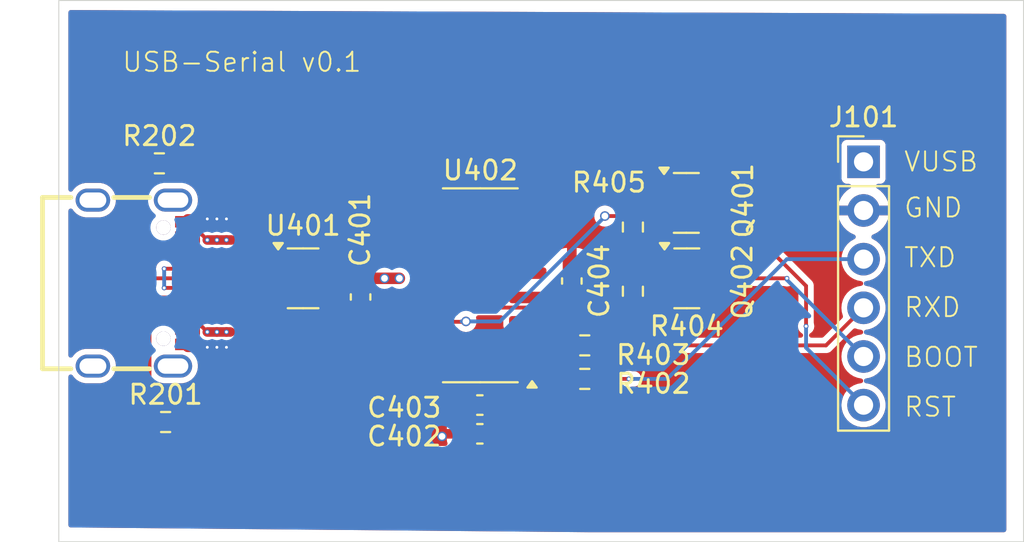
<source format=kicad_pcb>
(kicad_pcb (version 20240108) (generator "pcbnew") (generator_version "8.0")
  (layers (0 "F.Cu" signal) (1 "In1.Cu" power "Ground") (2 "In2.Cu" power "Power") (31 "B.Cu" signal) (34 "B.Paste" user) (35 "F.Paste" user) (36 "B.SilkS" user "B.Silkscreen") (37 "F.SilkS" user "F.Silkscreen") (38 "B.Mask" user) (39 "F.Mask" user) (44 "Edge.Cuts" user))
  (net 0 "")
  (net 1 "GND")
  (net 2 "Net-(U402-V3)")
  (net 3 "/usb_serial/RST")
  (net 4 "Net-(Q401-B)")
  (net 5 "Net-(Q401-E)")
  (net 6 "Net-(Q402-B)")
  (net 7 "/usb_serial/BOOT")
  (net 8 "Net-(Q402-E)")
  (net 9 "Net-(U402-TXD)")
  (net 10 "Net-(U402-RXD)")
  (net 11 "Net-(U402-UD-)")
  (net 12 "Net-(U402-UD+)")
  (net 18 "/usb_serial/VUSB")
  (net 20 "Net-(USBC201-CC2)")
  (net 21 "Net-(USBC201-CC1)")
  (net 22 "/usb_serial/DN")
  (net 23 "/usb_serial/DP")
  (net 24 "/usb_serial/TXD")
  (net 25 "/usb_serial/RXD")
  (footprint "Resistor_SMD:R_0603_1608Metric" (layer "F.Cu") (at 19.325 35)
    (property "Reference" "R201" (at 0 -1.43 0) (layer "F.SilkS"))
    (property "Value" "5.1k")
    (fp_line (start -0.237258 -0.5225) (end 0.237258 -0.5225) (stroke (width 0.12)) (layer "F.SilkS"))
    (fp_line (start -0.237258 0.5225) (end 0.237258 0.5225) (stroke (width 0.12)) (layer "F.SilkS"))
    (pad "1" smd roundrect (at -0.825 0) (size 0.8 0.95) (layers "F.Cu" "F.Paste" "F.Mask") (net 20 "Net-(USBC201-CC2)"))
    (pad "2" smd roundrect (at 0.825 0) (size 0.8 0.95) (layers "F.Cu" "F.Paste" "F.Mask") (net 1 "GND"))
  )
  (footprint "Resistor_SMD:R_0603_1608Metric" (layer "F.Cu") (at 43.7125 24.825 90)
    (property "Reference" "R405" (at 2.325 -1.25 180) (layer "F.SilkS"))
    (property "Value" "12k")
    (fp_line (start -0.237258 -0.5225) (end 0.237258 -0.5225) (stroke (width 0.12)) (layer "F.SilkS"))
    (fp_line (start -0.237258 0.5225) (end 0.237258 0.5225) (stroke (width 0.12)) (layer "F.SilkS"))
    (pad "1" smd roundrect (at -0.825 0 90) (size 0.8 0.95) (layers "F.Cu" "F.Paste" "F.Mask") (net 6 "Net-(Q402-B)"))
    (pad "2" smd roundrect (at 0.825 0 90) (size 0.8 0.95) (layers "F.Cu" "F.Paste" "F.Mask") (net 5 "Net-(Q401-E)"))
  )
  (footprint "easyeda2kicad:USB-C_SMD-TYPE-C-31-M-12" (layer "F.Cu") (at 18 27.75 -90)
    (property "Reference" "USBC201" (hide yes))
    (property "Value" "TYPE-C-31-M-12")
    (fp_line (start -4.47 5.1) (end -4.47 3.62) (stroke (width 0.25)) (layer "F.SilkS"))
    (fp_line (start 4.47 5.1) (end -4.47 5.1) (stroke (width 0.25)) (layer "F.SilkS"))
    (fp_line (start 4.47 5.1) (end 4.47 3.62) (stroke (width 0.25)) (layer "F.SilkS"))
    (fp_line (start -4.47 1.38) (end -4.47 -0.48) (stroke (width 0.25)) (layer "F.SilkS"))
    (fp_line (start 4.47 1.38) (end 4.47 -0.48) (stroke (width 0.25)) (layer "F.SilkS"))
    (pad "" thru_hole circle (at -2.9 -1.21 270) (size 0.75 0.75) (drill 0.75) (layers "*.Cu" "*.Mask"))
    (pad "" thru_hole circle (at 2.9 -1.21 270) (size 0.75 0.75) (drill 0.75) (layers "*.Cu" "*.Mask"))
    (pad "0" thru_hole oval (at -4.33 -1.71 270) (size 1.2 2) (drill oval 0.799998 1.600022) (layers "*.Cu" "*.Mask"))
    (pad "1" thru_hole oval (at 4.33 -1.71 270) (size 1.2 2) (drill oval 0.799998 1.599971) (layers "*.Cu" "*.Mask"))
    (pad "2" thru_hole oval (at 4.33 2.47 270) (size 1.2 1.8) (drill oval 0.799998 1.399997) (layers "*.Cu" "*.Mask"))
    (pad "3" thru_hole oval (at -4.33 2.47 270) (size 1.2 1.8) (drill oval 0.799998 1.399997) (layers "*.Cu" "*.Mask"))
    (pad "A1" smd rect (at -3.35 -2.47 270) (size 0.3 1.3) (layers "F.Cu" "F.Paste" "F.Mask") (net 1 "GND"))
    (pad "A4" smd rect (at -2.55 -2.47 270) (size 0.3 1.3) (layers "F.Cu" "F.Paste" "F.Mask") (net 18 "/usb_serial/VUSB"))
    (pad "A5" smd rect (at -1.25 -2.47 270) (size 0.3 1.3) (layers "F.Cu" "F.Paste" "F.Mask") (net 21 "Net-(USBC201-CC1)"))
    (pad "A6" smd rect (at -0.25 -2.47 270) (size 0.3 1.3) (layers "F.Cu" "F.Paste" "F.Mask") (net 23 "/usb_serial/DP"))
    (pad "A7" smd rect (at 0.25 -2.47 270) (size 0.3 1.3) (layers "F.Cu" "F.Paste" "F.Mask") (net 22 "/usb_serial/DN"))
    (pad "A8" smd rect (at 1.25 -2.47 270) (size 0.3 1.3) (layers "F.Cu" "F.Paste" "F.Mask"))
    (pad "A9" smd rect (at 2.55 -2.47 270) (size 0.3 1.3) (layers "F.Cu" "F.Paste" "F.Mask") (net 18 "/usb_serial/VUSB"))
    (pad "A12" smd rect (at 3.35 -2.47 270) (size 0.3 1.3) (layers "F.Cu" "F.Paste" "F.Mask") (net 1 "GND"))
    (pad "B1" smd rect (at 3.05 -2.47 270) (size 0.3 1.3) (layers "F.Cu" "F.Paste" "F.Mask") (net 1 "GND"))
    (pad "B4" smd rect (at 2.25 -2.47 270) (size 0.3 1.3) (layers "F.Cu" "F.Paste" "F.Mask") (net 18 "/usb_serial/VUSB"))
    (pad "B5" smd rect (at 1.75 -2.47 270) (size 0.3 1.3) (layers "F.Cu" "F.Paste" "F.Mask") (net 20 "Net-(USBC201-CC2)"))
    (pad "B6" smd rect (at 0.75 -2.47 270) (size 0.3 1.3) (layers "F.Cu" "F.Paste" "F.Mask") (net 23 "/usb_serial/DP"))
    (pad "B7" smd rect (at -0.75 -2.47 270) (size 0.3 1.3) (layers "F.Cu" "F.Paste" "F.Mask") (net 22 "/usb_serial/DN"))
    (pad "B8" smd rect (at -1.75 -2.47 270) (size 0.3 1.3) (layers "F.Cu" "F.Paste" "F.Mask"))
    (pad "B9" smd rect (at -2.25 -2.47 270) (size 0.3 1.3) (layers "F.Cu" "F.Paste" "F.Mask") (net 18 "/usb_serial/VUSB"))
    (pad "B12" smd rect (at -3.05 -2.47 270) (size 0.3 1.3) (layers "F.Cu" "F.Paste" "F.Mask") (net 1 "GND"))
  )
  (footprint "Package_TO_SOT_SMD:SOT-23-6" (layer "F.Cu") (at 26.5 27.5)
    (property "Reference" "U401" (at 0 -2.75 0) (layer "F.SilkS"))
    (property "Value" "USBLC6-2SC6")
    (fp_line (start 0 -1.56) (end -0.8 -1.56) (stroke (width 0.12)) (layer "F.SilkS"))
    (fp_line (start 0 -1.56) (end 0.8 -1.56) (stroke (width 0.12)) (layer "F.SilkS"))
    (fp_line (start 0 1.56) (end -0.8 1.56) (stroke (width 0.12)) (layer "F.SilkS"))
    (fp_line (start 0 1.56) (end 0.8 1.56) (stroke (width 0.12)) (layer "F.SilkS"))
    (fp_poly (pts (xy -1.3 -1.51) (xy -1.54 -1.84) (xy -1.06 -1.84) (xy -1.3 -1.51)) (stroke (width 0.12)) (fill solid) (layer "F.SilkS"))
    (pad "1" smd roundrect (at -1.1375 -0.95) (size 1.325 0.6) (layers "F.Cu" "F.Paste" "F.Mask") (net 22 "/usb_serial/DN"))
    (pad "2" smd roundrect (at -1.1375 0) (size 1.325 0.6) (layers "F.Cu" "F.Paste" "F.Mask") (net 1 "GND"))
    (pad "3" smd roundrect (at -1.1375 0.95) (size 1.325 0.6) (layers "F.Cu" "F.Paste" "F.Mask") (net 23 "/usb_serial/DP"))
    (pad "4" smd roundrect (at 1.1375 0.95) (size 1.325 0.6) (layers "F.Cu" "F.Paste" "F.Mask") (net 12 "Net-(U402-UD+)"))
    (pad "5" smd roundrect (at 1.1375 0) (size 1.325 0.6) (layers "F.Cu" "F.Paste" "F.Mask") (net 18 "/usb_serial/VUSB"))
    (pad "6" smd roundrect (at 1.1375 -0.95) (size 1.325 0.6) (layers "F.Cu" "F.Paste" "F.Mask") (net 11 "Net-(U402-UD-)"))
  )
  (footprint "Capacitor_SMD:C_0603_1608Metric" (layer "F.Cu") (at 29.5 28.475 -90)
    (property "Reference" "C401" (at -3.5 0.025 90) (layer "F.SilkS"))
    (property "Value" "100nf")
    (fp_line (start -0.14058 0.51) (end 0.14058 0.51) (stroke (width 0.12)) (layer "F.SilkS"))
    (fp_line (start -0.14058 -0.51) (end 0.14058 -0.51) (stroke (width 0.12)) (layer "F.SilkS"))
    (pad "1" smd roundrect (at -0.775 0 270) (size 0.9 0.95) (layers "F.Cu" "F.Paste" "F.Mask") (net 18 "/usb_serial/VUSB"))
    (pad "2" smd roundrect (at 0.775 0 270) (size 0.9 0.95) (layers "F.Cu" "F.Paste" "F.Mask") (net 1 "GND"))
  )
  (footprint "Resistor_SMD:R_0603_1608Metric" (layer "F.Cu") (at 41.2 32.75)
    (property "Reference" "R402" (at 3.575 0.25 0) (layer "F.SilkS"))
    (property "Value" "480")
    (fp_line (start -0.237258 -0.5225) (end 0.237258 -0.5225) (stroke (width 0.12)) (layer "F.SilkS"))
    (fp_line (start -0.237258 0.5225) (end 0.237258 0.5225) (stroke (width 0.12)) (layer "F.SilkS"))
    (pad "1" smd roundrect (at -0.825 0) (size 0.8 0.95) (layers "F.Cu" "F.Paste" "F.Mask") (net 9 "Net-(U402-TXD)"))
    (pad "2" smd roundrect (at 0.825 0) (size 0.8 0.95) (layers "F.Cu" "F.Paste" "F.Mask") (net 24 "/usb_serial/TXD"))
  )
  (footprint "Capacitor_SMD:C_0603_1608Metric" (layer "F.Cu") (at 35.725 35.615)
    (property "Reference" "C402" (at -3.95 0.135 0) (layer "F.SilkS"))
    (property "Value" "10uf")
    (fp_line (start -0.14058 -0.51) (end 0.14058 -0.51) (stroke (width 0.12)) (layer "F.SilkS"))
    (fp_line (start -0.14058 0.51) (end 0.14058 0.51) (stroke (width 0.12)) (layer "F.SilkS"))
    (pad "1" smd roundrect (at -0.775 0) (size 0.9 0.95) (layers "F.Cu" "F.Paste" "F.Mask") (net 18 "/usb_serial/VUSB"))
    (pad "2" smd roundrect (at 0.775 0) (size 0.9 0.95) (layers "F.Cu" "F.Paste" "F.Mask") (net 1 "GND"))
  )
  (footprint "Capacitor_SMD:C_0603_1608Metric" (layer "F.Cu") (at 35.725 34.115)
    (property "Reference" "C403" (at -3.95 0.135 0) (layer "F.SilkS"))
    (property "Value" "100nf")
    (fp_line (start -0.14058 -0.51) (end 0.14058 -0.51) (stroke (width 0.12)) (layer "F.SilkS"))
    (fp_line (start -0.14058 0.51) (end 0.14058 0.51) (stroke (width 0.12)) (layer "F.SilkS"))
    (pad "1" smd roundrect (at -0.775 0) (size 0.9 0.95) (layers "F.Cu" "F.Paste" "F.Mask") (net 18 "/usb_serial/VUSB"))
    (pad "2" smd roundrect (at 0.775 0) (size 0.9 0.95) (layers "F.Cu" "F.Paste" "F.Mask") (net 1 "GND"))
  )
  (footprint "Resistor_SMD:R_0603_1608Metric" (layer "F.Cu") (at 41.2 31 180)
    (property "Reference" "R403" (at -3.575 -0.5 0) (layer "F.SilkS"))
    (property "Value" "480")
    (fp_line (start -0.237258 0.5225) (end 0.237258 0.5225) (stroke (width 0.12)) (layer "F.SilkS"))
    (fp_line (start -0.237258 -0.5225) (end 0.237258 -0.5225) (stroke (width 0.12)) (layer "F.SilkS"))
    (pad "1" smd roundrect (at -0.825 0 180) (size 0.8 0.95) (layers "F.Cu" "F.Paste" "F.Mask") (net 25 "/usb_serial/RXD"))
    (pad "2" smd roundrect (at 0.825 0 180) (size 0.8 0.95) (layers "F.Cu" "F.Paste" "F.Mask") (net 10 "Net-(U402-RXD)"))
  )
  (footprint "Connector_PinHeader_2.54mm:PinHeader_1x06_P2.54mm_Vertical" (layer "F.Cu") (at 55.75 21.42)
    (property "Reference" "J101" (at 0 -2.33 0) (layer "F.SilkS"))
    (property "Value" "Conn_01x06")
    (fp_line (start -1.33 -1.33) (end 0 -1.33) (stroke (width 0.12)) (layer "F.SilkS"))
    (fp_line (start -1.33 0) (end -1.33 -1.33) (stroke (width 0.12)) (layer "F.SilkS"))
    (fp_line (start -1.33 1.27) (end -1.33 14.03) (stroke (width 0.12)) (layer "F.SilkS"))
    (fp_line (start -1.33 1.27) (end 1.33 1.27) (stroke (width 0.12)) (layer "F.SilkS"))
    (fp_line (start -1.33 14.03) (end 1.33 14.03) (stroke (width 0.12)) (layer "F.SilkS"))
    (fp_line (start 1.33 1.27) (end 1.33 14.03) (stroke (width 0.12)) (layer "F.SilkS"))
    (pad "1" thru_hole rect (at 0 0) (size 1.7 1.7) (drill 1) (layers "*.Cu" "*.Mask") (net 18 "/usb_serial/VUSB"))
    (pad "2" thru_hole oval (at 0 2.54) (size 1.7 1.7) (drill 1) (layers "*.Cu" "*.Mask") (net 1 "GND"))
    (pad "3" thru_hole oval (at 0 5.08) (size 1.7 1.7) (drill 1) (layers "*.Cu" "*.Mask") (net 24 "/usb_serial/TXD"))
    (pad "4" thru_hole oval (at 0 7.62) (size 1.7 1.7) (drill 1) (layers "*.Cu" "*.Mask") (net 25 "/usb_serial/RXD"))
    (pad "5" thru_hole oval (at 0 10.16) (size 1.7 1.7) (drill 1) (layers "*.Cu" "*.Mask") (net 7 "/usb_serial/BOOT"))
    (pad "6" thru_hole oval (at 0 12.7) (size 1.7 1.7) (drill 1) (layers "*.Cu" "*.Mask") (net 3 "/usb_serial/RST"))
  )
  (footprint "Package_TO_SOT_SMD:SOT-23" (layer "F.Cu") (at 46.5 23.565)
    (property "Reference" "Q401" (at 2.9625 -0.115 90) (layer "F.SilkS"))
    (property "Value" "MMBT3904")
    (fp_line (start 0 -1.56) (end -0.65 -1.56) (stroke (width 0.12)) (layer "F.SilkS"))
    (fp_line (start 0 -1.56) (end 0.65 -1.56) (stroke (width 0.12)) (layer "F.SilkS"))
    (fp_line (start 0 1.56) (end -0.65 1.56) (stroke (width 0.12)) (layer "F.SilkS"))
    (fp_line (start 0 1.56) (end 0.65 1.56) (stroke (width 0.12)) (layer "F.SilkS"))
    (fp_poly (pts (xy -1.1625 -1.51) (xy -1.4025 -1.84) (xy -0.9225 -1.84) (xy -1.1625 -1.51)) (stroke (width 0.12)) (fill solid) (layer "F.SilkS"))
    (pad "1" smd roundrect (at -0.9375 -0.95) (size 1.475 0.6) (layers "F.Cu" "F.Paste" "F.Mask") (net 4 "Net-(Q401-B)"))
    (pad "2" smd roundrect (at -0.9375 0.95) (size 1.475 0.6) (layers "F.Cu" "F.Paste" "F.Mask") (net 5 "Net-(Q401-E)"))
    (pad "3" smd roundrect (at 0.9375 0) (size 1.475 0.6) (layers "F.Cu" "F.Paste" "F.Mask") (net 3 "/usb_serial/RST"))
  )
  (footprint "Capacitor_SMD:C_0603_1608Metric" (layer "F.Cu") (at 40.525 27.64 -90)
    (property "Reference" "C404" (at 0 -1.43 90) (layer "F.SilkS"))
    (property "Value" "100nf")
    (fp_line (start -0.14058 0.51) (end 0.14058 0.51) (stroke (width 0.12)) (layer "F.SilkS"))
    (fp_line (start -0.14058 -0.51) (end 0.14058 -0.51) (stroke (width 0.12)) (layer "F.SilkS"))
    (pad "1" smd roundrect (at -0.775 0 270) (size 0.9 0.95) (layers "F.Cu" "F.Paste" "F.Mask") (net 1 "GND"))
    (pad "2" smd roundrect (at 0.775 0 270) (size 0.9 0.95) (layers "F.Cu" "F.Paste" "F.Mask") (net 2 "Net-(U402-V3)"))
  )
  (footprint "Package_TO_SOT_SMD:SOT-23" (layer "F.Cu") (at 46.525 27.5)
    (property "Reference" "Q402" (at 2.9 0.185 -90) (layer "F.SilkS"))
    (property "Value" "MMBT3904")
    (fp_line (start 0 -1.56) (end -0.65 -1.56) (stroke (width 0.12)) (layer "F.SilkS"))
    (fp_line (start 0 -1.56) (end 0.65 -1.56) (stroke (width 0.12)) (layer "F.SilkS"))
    (fp_line (start 0 1.56) (end -0.65 1.56) (stroke (width 0.12)) (layer "F.SilkS"))
    (fp_line (start 0 1.56) (end 0.65 1.56) (stroke (width 0.12)) (layer "F.SilkS"))
    (fp_poly (pts (xy -1.1625 -1.51) (xy -1.4025 -1.84) (xy -0.9225 -1.84) (xy -1.1625 -1.51)) (stroke (width 0.12)) (fill solid) (layer "F.SilkS"))
    (pad "1" smd roundrect (at -0.9375 -0.95) (size 1.475 0.6) (layers "F.Cu" "F.Paste" "F.Mask") (net 6 "Net-(Q402-B)"))
    (pad "2" smd roundrect (at -0.9375 0.95) (size 1.475 0.6) (layers "F.Cu" "F.Paste" "F.Mask") (net 8 "Net-(Q402-E)"))
    (pad "3" smd roundrect (at 0.9375 0) (size 1.475 0.6) (layers "F.Cu" "F.Paste" "F.Mask") (net 7 "/usb_serial/BOOT"))
  )
  (footprint "Resistor_SMD:R_0603_1608Metric" (layer "F.Cu") (at 43.7125 28.175 -90)
    (property "Reference" "R404" (at 1.825 -2.8125 180) (layer "F.SilkS"))
    (property "Value" "12k")
    (fp_line (start -0.237258 0.5225) (end 0.237258 0.5225) (stroke (width 0.12)) (layer "F.SilkS"))
    (fp_line (start -0.237258 -0.5225) (end 0.237258 -0.5225) (stroke (width 0.12)) (layer "F.SilkS"))
    (pad "1" smd roundrect (at -0.825 0 270) (size 0.8 0.95) (layers "F.Cu" "F.Paste" "F.Mask") (net 4 "Net-(Q401-B)"))
    (pad "2" smd roundrect (at 0.825 0 270) (size 0.8 0.95) (layers "F.Cu" "F.Paste" "F.Mask") (net 8 "Net-(Q402-E)"))
  )
  (footprint "Package_SO:SOIC-16_3.9x9.9mm_P1.27mm" (layer "F.Cu") (at 35.75 27.865 180)
    (property "Reference" "U402" (at 0 6 0) (layer "F.SilkS"))
    (property "Value" "CH340C")
    (fp_line (start 0 5.06) (end 1.95 5.06) (stroke (width 0.12)) (layer "F.SilkS"))
    (fp_line (start 0 5.06) (end -1.95 5.06) (stroke (width 0.12)) (layer "F.SilkS"))
    (fp_line (start 0 -5.06) (end 1.95 -5.06) (stroke (width 0.12)) (layer "F.SilkS"))
    (fp_line (start 0 -5.06) (end -1.95 -5.06) (stroke (width 0.12)) (layer "F.SilkS"))
    (fp_poly (pts (xy -2.7 -5.005) (xy -2.94 -5.335) (xy -2.46 -5.335) (xy -2.7 -5.005)) (stroke (width 0.12)) (fill solid) (layer "F.SilkS"))
    (pad "1" smd roundrect (at -2.475 -4.445 180) (size 1.95 0.6) (layers "F.Cu" "F.Paste" "F.Mask") (net 1 "GND"))
    (pad "2" smd roundrect (at -2.475 -3.175 180) (size 1.95 0.6) (layers "F.Cu" "F.Paste" "F.Mask") (net 9 "Net-(U402-TXD)"))
    (pad "3" smd roundrect (at -2.475 -1.905 180) (size 1.95 0.6) (layers "F.Cu" "F.Paste" "F.Mask") (net 10 "Net-(U402-RXD)"))
    (pad "4" smd roundrect (at -2.475 -0.635 180) (size 1.95 0.6) (layers "F.Cu" "F.Paste" "F.Mask") (net 2 "Net-(U402-V3)"))
    (pad "5" smd roundrect (at -2.475 0.635 180) (size 1.95 0.6) (layers "F.Cu" "F.Paste" "F.Mask") (net 12 "Net-(U402-UD+)"))
    (pad "6" smd roundrect (at -2.475 1.905 180) (size 1.95 0.6) (layers "F.Cu" "F.Paste" "F.Mask") (net 11 "Net-(U402-UD-)"))
    (pad "7" smd roundrect (at -2.475 3.175 180) (size 1.95 0.6) (layers "F.Cu" "F.Paste" "F.Mask"))
    (pad "8" smd roundrect (at -2.475 4.445 180) (size 1.95 0.6) (layers "F.Cu" "F.Paste" "F.Mask"))
    (pad "9" smd roundrect (at 2.475 4.445 180) (size 1.95 0.6) (layers "F.Cu" "F.Paste" "F.Mask"))
    (pad "10" smd roundrect (at 2.475 3.175 180) (size 1.95 0.6) (layers "F.Cu" "F.Paste" "F.Mask"))
    (pad "11" smd roundrect (at 2.475 1.905 180) (size 1.95 0.6) (layers "F.Cu" "F.Paste" "F.Mask"))
    (pad "12" smd roundrect (at 2.475 0.635 180) (size 1.95 0.6) (layers "F.Cu" "F.Paste" "F.Mask"))
    (pad "13" smd roundrect (at 2.475 -0.635 180) (size 1.95 0.6) (layers "F.Cu" "F.Paste" "F.Mask") (net 8 "Net-(Q402-E)"))
    (pad "14" smd roundrect (at 2.475 -1.905 180) (size 1.95 0.6) (layers "F.Cu" "F.Paste" "F.Mask") (net 5 "Net-(Q401-E)"))
    (pad "15" smd roundrect (at 2.475 -3.175 180) (size 1.95 0.6) (layers "F.Cu" "F.Paste" "F.Mask"))
    (pad "16" smd roundrect (at 2.475 -4.445 180) (size 1.95 0.6) (layers "F.Cu" "F.Paste" "F.Mask") (net 18 "/usb_serial/VUSB"))
  )
  (footprint "Resistor_SMD:R_0603_1608Metric" (layer "F.Cu") (at 19 21.5)
    (property "Reference" "R202" (at 0 -1.43 0) (layer "F.SilkS"))
    (property "Value" "5.1k")
    (fp_line (start -0.237258 -0.5225) (end 0.237258 -0.5225) (stroke (width 0.12)) (layer "F.SilkS"))
    (fp_line (start -0.237258 0.5225) (end 0.237258 0.5225) (stroke (width 0.12)) (layer "F.SilkS"))
    (pad "1" smd roundrect (at -0.825 0) (size 0.8 0.95) (layers "F.Cu" "F.Paste" "F.Mask") (net 21 "Net-(USBC201-CC1)"))
    (pad "2" smd roundrect (at 0.825 0) (size 0.8 0.95) (layers "F.Cu" "F.Paste" "F.Mask") (net 1 "GND"))
  )
  (gr_rect (start 13.75 13) (end 64.1 41.25) (stroke (width 0.05)) (fill none) (layer "Edge.Cuts"))
  (gr_text "RXD" (at 57.8 29.6 0) (layer "F.SilkS") (effects (font (size 1 1) (thickness 0.1)) (justify left bottom)))
  (gr_text "VUSB" (at 57.8 22 0) (layer "F.SilkS") (effects (font (size 1 1) (thickness 0.1)) (justify left bottom)))
  (gr_text "USB-Serial v0.1" (at 17 16.8 0) (layer "F.SilkS") (effects (font (size 1 1) (thickness 0.1)) (justify left bottom)))
  (gr_text "GND" (at 57.8 24.4 0) (layer "F.SilkS") (effects (font (size 1 1) (thickness 0.1)) (justify left bottom)))
  (gr_text "TXD" (at 57.8 27 0) (layer "F.SilkS") (effects (font (size 1 1) (thickness 0.1)) (justify left bottom)))
  (gr_text "RST" (at 57.8 34.8 0) (layer "F.SilkS") (effects (font (size 1 1) (thickness 0.1)) (justify left bottom)))
  (gr_text "BOOT" (at 57.8 32.2 0) (layer "F.SilkS") (effects (font (size 1 1) (thickness 0.1)) (justify left bottom)))
  (segment (start 22.85 24.4) (end 23 24.25) (width 0.2) (layer "F.Cu") (net 1))
  (segment (start 20.47 24.4) (end 21.5 24.4) (width 0.5) (layer "F.Cu") (net 1))
  (segment (start 25.3625 27.5) (end 26.024999 27.5) (width 0.2) (layer "F.Cu") (net 1))
  (segment (start 22.5 24.4) (end 22.85 24.4) (width 0.5) (layer "F.Cu") (net 1))
  (segment (start 22.5 31.1) (end 22.65 31.1) (width 0.5) (layer "F.Cu") (net 1))
  (segment (start 22 31.1) (end 22.5 31.1) (width 0.5) (layer "F.Cu") (net 1))
  (segment (start 20.47 31.1) (end 21.5 31.1) (width 0.5) (layer "F.Cu") (net 1))
  (segment (start 20.47 24.7) (end 20.47 24.4) (width 0.2) (layer "F.Cu") (net 1))
  (segment (start 21.5 31.1) (end 22 31.1) (width 0.5) (layer "F.Cu") (net 1))
  (segment (start 26.5 27.975001) (end 26.5 28.5) (width 0.2) (layer "F.Cu") (net 1))
  (segment (start 21.5 24.4) (end 22 24.4) (width 0.5) (layer "F.Cu") (net 1))
  (segment (start 22 24.4) (end 22.5 24.4) (width 0.5) (layer "F.Cu") (net 1))
  (segment (start 22.65 31.1) (end 22.75 31) (width 0.2) (layer "F.Cu") (net 1))
  (segment (start 26.024999 27.5) (end 26.5 27.975001) (width 0.2) (layer "F.Cu") (net 1))
  (via (at 21.5 31.1) (size 0.25) (drill 0.15) (layers "F.Cu" "B.Cu") (net 1))
  (via (at 22.5 31.1) (size 0.25) (drill 0.15) (layers "F.Cu" "B.Cu") (net 1))
  (via (at 21.5 24.4) (size 0.25) (drill 0.15) (layers "F.Cu" "B.Cu") (net 1))
  (via (at 22 31.1) (size 0.25) (drill 0.15) (layers "F.Cu" "B.Cu") (net 1))
  (via (at 22.5 24.4) (size 0.25) (drill 0.15) (layers "F.Cu" "B.Cu") (net 1))
  (via (at 22 24.4) (size 0.25) (drill 0.15) (layers "F.Cu" "B.Cu") (net 1))
  (segment (start 38.225 28.5) (end 40.44 28.5) (width 0.2) (layer "F.Cu") (net 2))
  (segment (start 47.4375 23.565) (end 48.416041 23.565) (width 0.2) (layer "F.Cu") (net 3))
  (segment (start 52.75 27.898959) (end 52.75 30) (width 0.2) (layer "F.Cu") (net 3))
  (segment (start 48.416041 23.565) (end 52.75 27.898959) (width 0.2) (layer "F.Cu") (net 3))
  (via (at 52.75 30) (size 0.25) (drill 0.15) (layers "F.Cu" "B.Cu") (net 3))
  (segment (start 52.75 30) (end 52.75 31.12) (width 0.2) (layer "B.Cu") (net 3))
  (segment (start 52.75 31.12) (end 55.75 34.12) (width 0.2) (layer "B.Cu") (net 3))
  (segment (start 45.5625 22.964816) (end 45.5625 22.615) (width 0.2) (layer "F.Cu") (net 4))
  (segment (start 43.7125 27.35) (end 43.7125 26.95) (width 0.2) (layer "F.Cu") (net 4))
  (segment (start 46.527 23.929316) (end 45.5625 22.964816) (width 0.2) (layer "F.Cu") (net 4))
  (segment (start 46.527 24.825316) (end 46.527 23.929316) (width 0.2) (layer "F.Cu") (net 4))
  (segment (start 45.4125 25.25) (end 46.102316 25.25) (width 0.2) (layer "F.Cu") (net 4))
  (segment (start 43.7125 26.95) (end 45.4125 25.25) (width 0.2) (layer "F.Cu") (net 4))
  (segment (start 46.102316 25.25) (end 46.527 24.825316) (width 0.2) (layer "F.Cu") (net 4))
  (segment (start 45.0475 24) (end 45.5625 24.515) (width 0.2) (layer "F.Cu") (net 5))
  (segment (start 33.275 29.77) (end 34.755 29.77) (width 0.2) (layer "F.Cu") (net 5))
  (segment (start 34.755 29.77) (end 34.775 29.75) (width 0.2) (layer "F.Cu") (net 5))
  (segment (start 43.7125 24) (end 45.0475 24) (width 0.2) (layer "F.Cu") (net 5))
  (segment (start 42.275 24.25) (end 43.4625 24.25) (width 0.2) (layer "F.Cu") (net 5))
  (via (at 42.25 24.25) (size 0.5) (drill 0.35) (layers "F.Cu" "B.Cu") (net 5))
  (via (at 35 29.75) (size 0.5) (drill 0.35) (layers "F.Cu" "B.Cu") (net 5))
  (segment (start 34.775 29.75) (end 36.775 29.75) (width 0.2) (layer "B.Cu") (net 5))
  (segment (start 36.775 29.75) (end 42.275 24.25) (width 0.2) (layer "B.Cu") (net 5))
  (segment (start 45.5875 26.55) (end 45.5875 26.849999) (width 0.2) (layer "F.Cu") (net 6))
  (segment (start 43.275 28) (end 43.0105 27.7355) (width 0.2) (layer "F.Cu") (net 6))
  (segment (start 45.5875 26.849999) (end 44.437499 28) (width 0.2) (layer "F.Cu") (net 6))
  (segment (start 43.0105 27.7355) (end 43.0105 26.352) (width 0.2) (layer "F.Cu") (net 6))
  (segment (start 43.0105 26.352) (end 43.7125 25.65) (width 0.2) (layer "F.Cu") (net 6))
  (segment (start 44.437499 28) (end 43.275 28) (width 0.2) (layer "F.Cu") (net 6))
  (segment (start 47.4625 27.5) (end 51.75 27.5) (width 0.2) (layer "F.Cu") (net 7))
  (via (at 51.75 27.5) (size 0.25) (drill 0.15) (layers "F.Cu" "B.Cu") (net 7))
  (segment (start 51.75 27.58) (end 55.75 31.58) (width 0.2) (layer "B.Cu") (net 7))
  (segment (start 51.75 27.5) (end 51.75 27.58) (width 0.2) (layer "B.Cu") (net 7))
  (segment (start 40.025 29.25) (end 43.4625 29.25) (width 0.2) (layer "F.Cu") (net 8))
  (segment (start 43.7125 29) (end 45.0375 29) (width 0.2) (layer "F.Cu") (net 8))
  (segment (start 45.0375 29) (end 45.5875 28.45) (width 0.2) (layer "F.Cu") (net 8))
  (segment (start 33.802 29.027) (end 39.802 29.027) (width 0.2) (layer "F.Cu") (net 8))
  (segment (start 33.275 28.5) (end 33.802 29.027) (width 0.2) (layer "F.Cu") (net 8))
  (segment (start 39.802 29.027) (end 40.025 29.25) (width 0.2) (layer "F.Cu") (net 8))
  (segment (start 40.375 32.75) (end 38.665 31.04) (width 0.2) (layer "F.Cu") (net 9))
  (segment (start 39.145 29.77) (end 38.225 29.77) (width 0.2) (layer "F.Cu") (net 10))
  (segment (start 40.375 31) (end 39.145 29.77) (width 0.2) (layer "F.Cu") (net 10))
  (segment (start 37.635 26.55) (end 38.225 25.96) (width 0.2) (layer "F.Cu") (net 11))
  (segment (start 27.6375 26.55) (end 37.635 26.55) (width 0.2) (layer "F.Cu") (net 11))
  (segment (start 27.6375 28.45) (end 31.812684 28.45) (width 0.2) (layer "F.Cu") (net 12))
  (segment (start 32.505684 27.757) (end 37.698 27.757) (width 0.2) (layer "F.Cu") (net 12))
  (segment (start 31.812684 28.45) (end 32.505684 27.757) (width 0.2) (layer "F.Cu") (net 12))
  (segment (start 37.698 27.757) (end 38.225 27.23) (width 0.2) (layer "F.Cu") (net 12))
  (segment (start 22 25.5) (end 22.5 25.5) (width 0.5) (layer "F.Cu") (net 18))
  (segment (start 21.5 30.3) (end 22 30.3) (width 0.5) (layer "F.Cu") (net 18))
  (segment (start 27.6375 27.5) (end 31.525 27.5) (width 0.6) (layer "F.Cu") (net 18))
  (segment (start 22.5 25.5) (end 22.75 25.5) (width 0.5) (layer "F.Cu") (net 18))
  (segment (start 21.2 30) (end 21.5 30.3) (width 0.2) (layer "F.Cu") (net 18))
  (segment (start 20.47 25.2) (end 21.2 25.2) (width 0.2) (layer "F.Cu") (net 18))
  (segment (start 21.2 25.2) (end 21.5 25.5) (width 0.2) (layer "F.Cu") (net 18))
  (segment (start 22.5 30.3) (end 22.7 30.3) (width 0.5) (layer "F.Cu") (net 18))
  (segment (start 20.47 30) (end 21.2 30) (width 0.2) (layer "F.Cu") (net 18))
  (segment (start 22 30.3) (end 22.5 30.3) (width 0.5) (layer "F.Cu") (net 18))
  (segment (start 21.5 25.5) (end 22 25.5) (width 0.5) (layer "F.Cu") (net 18))
  (via (at 21.5 25.5) (size 0.25) (drill 0.15) (layers "F.Cu" "B.Cu") (net 18))
  (via (at 22.5 25.5) (size 0.25) (drill 0.15) (layers "F.Cu" "B.Cu") (net 18))
  (via (at 30.75 27.5) (size 0.5) (drill 0.35) (layers "F.Cu" "B.Cu") (net 18))
  (via (at 33.75 35.75) (size 0.5) (drill 0.35) (layers "F.Cu" "B.Cu") (net 18))
  (via (at 31.525 27.5) (size 0.5) (drill 0.35) (layers "F.Cu" "B.Cu") (net 18))
  (via (at 22.5 30.3) (size 0.25) (drill 0.15) (layers "F.Cu" "B.Cu") (net 18))
  (via (at 22 30.3) (size 0.25) (drill 0.15) (layers "F.Cu" "B.Cu") (net 18))
  (via (at 21.5 30.3) (size 0.25) (drill 0.15) (layers "F.Cu" "B.Cu") (net 18))
  (via (at 22 25.5) (size 0.25) (drill 0.15) (layers "F.Cu" "B.Cu") (net 18))
  (segment (start 18.483 34.983) (end 18.483 30.267) (width 0.2) (layer "F.Cu") (net 20))
  (segment (start 18.483 30.267) (end 19.25 29.5) (width 0.2) (layer "F.Cu") (net 20))
  (segment (start 19.25 29.5) (end 20.47 29.5) (width 0.2) (layer "F.Cu") (net 20))
  (segment (start 18.5 35) (end 18.483 34.983) (width 0.2) (layer "F.Cu") (net 20))
  (segment (start 18.175 21.5) (end 18.175 25.055) (width 0.2) (layer "F.Cu") (net 21))
  (segment (start 19.62 26.5) (end 20.47 26.5) (width 0.2) (layer "F.Cu") (net 21))
  (segment (start 18.175 25.055) (end 19.62 26.5) (width 0.2) (layer "F.Cu") (net 21))
  (segment (start 20.47 28) (end 19.25 28) (width 0.2) (layer "F.Cu") (net 22))
  (segment (start 24.9825 26.93) (end 25.3625 26.55) (width 0.2) (layer "F.Cu") (net 22))
  (segment (start 22.03 26.93) (end 22.25 26.93) (width 0.2) (layer "F.Cu") (net 22))
  (segment (start 19.25 27) (end 20.47 27) (width 0.2) (layer "F.Cu") (net 22))
  (segment (start 20.47 27) (end 22.18 27) (width 0.2) (layer "F.Cu") (net 22))
  (segment (start 22.25 26.93) (end 24.9825 26.93) (width 0.2) (layer "F.Cu") (net 22))
  (segment (start 22.18 27) (end 22.25 26.93) (width 0.2) (layer "F.Cu") (net 22))
  (via (at 19.25 28) (size 0.25) (drill 0.15) (layers "F.Cu" "B.Cu") (net 22))
  (via (at 19.25 27) (size 0.25) (drill 0.15) (layers "F.Cu" "B.Cu") (net 22))
  (segment (start 19.25 27) (end 19.25 28) (width 0.2) (layer "B.Cu") (net 22))
  (segment (start 18.5 28.25) (end 18.75 28.5) (width 0.2) (layer "F.Cu") (net 23))
  (segment (start 18.5 27.75) (end 18.5 28.25) (width 0.2) (layer "F.Cu") (net 23))
  (segment (start 23.38 27.58) (end 24.25 28.45) (width 0.2) (layer "F.Cu") (net 23))
  (segment (start 22.03 27.58) (end 23.38 27.58) (width 0.2) (layer "F.Cu") (net 23))
  (segment (start 24.25 28.45) (end 25.3625 28.45) (width 0.2) (layer "F.Cu") (net 23))
  (segment (start 20.47 27.5) (end 18.75 27.5) (width 0.2) (layer "F.Cu") (net 23))
  (segment (start 18.75 27.5) (end 18.5 27.75) (width 0.2) (layer "F.Cu") (net 23))
  (segment (start 21.95 27.5) (end 22.03 27.58) (width 0.2) (layer "F.Cu") (net 23))
  (segment (start 18.75 28.5) (end 20.47 28.5) (width 0.2) (layer "F.Cu") (net 23))
  (segment (start 20.47 27.5) (end 21.95 27.5) (width 0.2) (layer "F.Cu") (net 23))
  (segment (start 42.025 32.75) (end 43.5 32.75) (width 0.2) (layer "F.Cu") (net 24))
  (segment (start 43.5 32.75) (end 43.75 32.75) (width 0.2) (layer "F.Cu") (net 24))
  (via (at 43.5 32.75) (size 0.25) (drill 0.15) (layers "F.Cu" "B.Cu") (net 24))
  (segment (start 45.5 32.75) (end 51.75 26.5) (width 0.2) (layer "B.Cu") (net 24))
  (segment (start 43.5 32.75) (end 45.5 32.75) (width 0.2) (layer "B.Cu") (net 24))
  (segment (start 51.75 26.5) (end 55.75 26.5) (width 0.2) (layer "B.Cu") (net 24))
  (segment (start 42.025 31) (end 53.79 31) (width 0.2) (layer "F.Cu") (net 25))
  (segment (start 53.79 31) (end 55.75 29.04) (width 0.2) (layer "F.Cu") (net 25))
  (zone (net 18) (net_name "/usb_serial/VUSB") (layer "F.Cu") (priority 10) (connect_pads (clearance 0.5)) (min_thickness 0.25) (fill yes (thermal_gap 0.5) (thermal_bridge_width 0.5))
    (polygon (pts (xy 32.25 32) (xy 32.25 36.25) (xy 35.75 36.25) (xy 35.75 32)))
  )
  (zone (net 1) (net_name "GND") (layers "F.Cu" "In1.Cu" "B.Cu") (connect_pads (clearance 0.3)) (min_thickness 0.25) (fill yes (thermal_gap 0.5) (thermal_bridge_width 0.5))
    (polygon (pts (xy 14.25 13.5) (xy 63.2 13.7) (xy 63.2 40.95) (xy 14.25 40.5)))
  )
)
</source>
